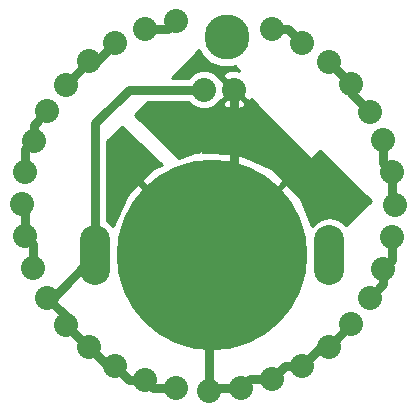
<source format=gbl>
G04 (created by PCBNEW (2013-07-07 BZR 4022)-stable) date 23/08/2014 11:18:16*
%MOIN*%
G04 Gerber Fmt 3.4, Leading zero omitted, Abs format*
%FSLAX34Y34*%
G01*
G70*
G90*
G04 APERTURE LIST*
%ADD10C,0.00393701*%
%ADD11C,0.08*%
%ADD12O,0.1X0.2*%
%ADD13C,0.6362*%
%ADD14C,0.15*%
%ADD15C,0.03*%
%ADD16C,0.01*%
G04 APERTURE END LIST*
G54D10*
G54D11*
X24010Y-15950D03*
X23020Y-15490D03*
X26290Y-18230D03*
X25660Y-17320D03*
X24900Y-16570D03*
X26270Y-24440D03*
X26730Y-23470D03*
X27030Y-22400D03*
X14790Y-20230D03*
X15070Y-19210D03*
X15520Y-18220D03*
X19820Y-27450D03*
X18780Y-27170D03*
X17790Y-26710D03*
X16930Y-26090D03*
X16140Y-17340D03*
X16910Y-16560D03*
X17780Y-15950D03*
X27120Y-21340D03*
X27030Y-20250D03*
X26730Y-19190D03*
X14680Y-21320D03*
X14780Y-22390D03*
X15050Y-23440D03*
X19810Y-15220D03*
X18770Y-15490D03*
X20910Y-27550D03*
X21970Y-27450D03*
X23020Y-27150D03*
X24020Y-26710D03*
X25660Y-25310D03*
X16140Y-25340D03*
X15530Y-24440D03*
X24900Y-26080D03*
G54D12*
X17130Y-23020D03*
X24930Y-23020D03*
G54D13*
X21030Y-23020D03*
G54D11*
X20750Y-17500D03*
X21750Y-17500D03*
G54D14*
X21500Y-15750D03*
G54D15*
X17130Y-23020D02*
X17130Y-18620D01*
X18250Y-17500D02*
X20750Y-17500D01*
X17130Y-18620D02*
X18250Y-17500D01*
X15530Y-24440D02*
X15710Y-24440D01*
X15710Y-24440D02*
X17130Y-23020D01*
X16930Y-26090D02*
X16890Y-26090D01*
X16890Y-26090D02*
X16140Y-25340D01*
X17790Y-26710D02*
X17550Y-26710D01*
X17550Y-26710D02*
X16930Y-26090D01*
X18780Y-27170D02*
X18250Y-27170D01*
X18250Y-27170D02*
X17790Y-26710D01*
X19820Y-27450D02*
X19060Y-27450D01*
X19060Y-27450D02*
X18780Y-27170D01*
X16140Y-25050D02*
X15530Y-24440D01*
X16140Y-25340D02*
X16140Y-25050D01*
X14790Y-19490D02*
X15070Y-19210D01*
X15070Y-19210D02*
X15070Y-18670D01*
X15070Y-18670D02*
X15520Y-18220D01*
X14790Y-20230D02*
X14790Y-19490D01*
X26730Y-23470D02*
X26730Y-23980D01*
X27030Y-22400D02*
X27030Y-23170D01*
X27030Y-23170D02*
X26730Y-23470D01*
X26730Y-23980D02*
X26270Y-24440D01*
X25660Y-17320D02*
X25660Y-17600D01*
X25660Y-17600D02*
X26290Y-18230D01*
X24910Y-16570D02*
X25660Y-17320D01*
X24900Y-16570D02*
X24910Y-16570D01*
X23550Y-15490D02*
X24010Y-15950D01*
X23020Y-15490D02*
X23550Y-15490D01*
X16140Y-17330D02*
X16910Y-16560D01*
X16910Y-16560D02*
X17170Y-16560D01*
X16140Y-17340D02*
X16140Y-17330D01*
X17170Y-16560D02*
X17780Y-15950D01*
X26730Y-19950D02*
X27030Y-20250D01*
X27030Y-21260D02*
X27120Y-21350D01*
X27030Y-20250D02*
X27030Y-21260D01*
X26730Y-19190D02*
X26730Y-19950D01*
X15050Y-22660D02*
X14780Y-22390D01*
X14780Y-22390D02*
X14780Y-21420D01*
X14780Y-21420D02*
X14680Y-21320D01*
X15050Y-23440D02*
X15050Y-22660D01*
X19540Y-15490D02*
X19810Y-15220D01*
X18770Y-15490D02*
X19540Y-15490D01*
X21750Y-17500D02*
X21750Y-22300D01*
X21750Y-22300D02*
X21030Y-23020D01*
X20910Y-27550D02*
X20910Y-23140D01*
X20910Y-23140D02*
X21030Y-23020D01*
X23460Y-26710D02*
X23020Y-27150D01*
X24900Y-26080D02*
X24650Y-26080D01*
X24650Y-26080D02*
X24020Y-26710D01*
X25660Y-25310D02*
X25660Y-25320D01*
X25660Y-25320D02*
X24900Y-26080D01*
X22270Y-27150D02*
X21970Y-27450D01*
X21970Y-27450D02*
X21010Y-27450D01*
X21010Y-27450D02*
X20910Y-27550D01*
X23020Y-27150D02*
X22270Y-27150D01*
X24020Y-26710D02*
X23460Y-26710D01*
G54D10*
G36*
X21184Y-22935D02*
X21100Y-23020D01*
X21106Y-23025D01*
X21035Y-23096D01*
X21030Y-23090D01*
X21024Y-23096D01*
X20953Y-23025D01*
X20959Y-23020D01*
X18565Y-20626D01*
X18170Y-21004D01*
X17710Y-22040D01*
X17660Y-21965D01*
X17530Y-21878D01*
X17530Y-19220D01*
X18030Y-18729D01*
X19333Y-19996D01*
X19159Y-20063D01*
X19014Y-20160D01*
X18636Y-20555D01*
X21030Y-22949D01*
X21121Y-22858D01*
X21184Y-22935D01*
X21184Y-22935D01*
G37*
G54D16*
X21184Y-22935D02*
X21100Y-23020D01*
X21106Y-23025D01*
X21035Y-23096D01*
X21030Y-23090D01*
X21024Y-23096D01*
X20953Y-23025D01*
X20959Y-23020D01*
X18565Y-20626D01*
X18170Y-21004D01*
X17710Y-22040D01*
X17660Y-21965D01*
X17530Y-21878D01*
X17530Y-19220D01*
X18030Y-18729D01*
X19333Y-19996D01*
X19159Y-20063D01*
X19014Y-20160D01*
X18636Y-20555D01*
X21030Y-22949D01*
X21121Y-22858D01*
X21184Y-22935D01*
G54D10*
G36*
X26299Y-21210D02*
X25497Y-22021D01*
X25460Y-21965D01*
X25217Y-21802D01*
X24930Y-21745D01*
X24642Y-21802D01*
X24399Y-21965D01*
X24336Y-22059D01*
X23986Y-21149D01*
X23889Y-21004D01*
X23494Y-20626D01*
X22610Y-21509D01*
X22543Y-21435D01*
X23423Y-20555D01*
X23045Y-20160D01*
X22137Y-19757D01*
X22137Y-17958D01*
X21750Y-17570D01*
X21362Y-17958D01*
X21402Y-18064D01*
X21644Y-18154D01*
X21902Y-18144D01*
X22097Y-18064D01*
X22137Y-17958D01*
X22137Y-19757D01*
X21797Y-19607D01*
X20729Y-19580D01*
X20642Y-19490D01*
X20549Y-19575D01*
X20433Y-19573D01*
X19902Y-19777D01*
X18440Y-18349D01*
X18883Y-17900D01*
X20230Y-17900D01*
X20381Y-18050D01*
X20620Y-18149D01*
X20878Y-18150D01*
X21117Y-18051D01*
X21284Y-17884D01*
X21291Y-17887D01*
X21679Y-17500D01*
X21291Y-17112D01*
X21284Y-17115D01*
X21118Y-16949D01*
X20879Y-16850D01*
X20621Y-16849D01*
X20382Y-16948D01*
X20230Y-17100D01*
X19670Y-17100D01*
X20589Y-16165D01*
X20651Y-16315D01*
X20932Y-16597D01*
X21300Y-16749D01*
X21698Y-16750D01*
X21768Y-16721D01*
X21931Y-16873D01*
X21855Y-16845D01*
X21597Y-16855D01*
X21402Y-16935D01*
X21362Y-17041D01*
X21750Y-17429D01*
X21755Y-17423D01*
X21826Y-17494D01*
X21820Y-17500D01*
X22208Y-17887D01*
X22314Y-17847D01*
X22323Y-17823D01*
X24318Y-19839D01*
X24628Y-19549D01*
X26299Y-21210D01*
X26299Y-21210D01*
G37*
G54D16*
X26299Y-21210D02*
X25497Y-22021D01*
X25460Y-21965D01*
X25217Y-21802D01*
X24930Y-21745D01*
X24642Y-21802D01*
X24399Y-21965D01*
X24336Y-22059D01*
X23986Y-21149D01*
X23889Y-21004D01*
X23494Y-20626D01*
X22610Y-21509D01*
X22543Y-21435D01*
X23423Y-20555D01*
X23045Y-20160D01*
X22137Y-19757D01*
X22137Y-17958D01*
X21750Y-17570D01*
X21362Y-17958D01*
X21402Y-18064D01*
X21644Y-18154D01*
X21902Y-18144D01*
X22097Y-18064D01*
X22137Y-17958D01*
X22137Y-19757D01*
X21797Y-19607D01*
X20729Y-19580D01*
X20642Y-19490D01*
X20549Y-19575D01*
X20433Y-19573D01*
X19902Y-19777D01*
X18440Y-18349D01*
X18883Y-17900D01*
X20230Y-17900D01*
X20381Y-18050D01*
X20620Y-18149D01*
X20878Y-18150D01*
X21117Y-18051D01*
X21284Y-17884D01*
X21291Y-17887D01*
X21679Y-17500D01*
X21291Y-17112D01*
X21284Y-17115D01*
X21118Y-16949D01*
X20879Y-16850D01*
X20621Y-16849D01*
X20382Y-16948D01*
X20230Y-17100D01*
X19670Y-17100D01*
X20589Y-16165D01*
X20651Y-16315D01*
X20932Y-16597D01*
X21300Y-16749D01*
X21698Y-16750D01*
X21768Y-16721D01*
X21931Y-16873D01*
X21855Y-16845D01*
X21597Y-16855D01*
X21402Y-16935D01*
X21362Y-17041D01*
X21750Y-17429D01*
X21755Y-17423D01*
X21826Y-17494D01*
X21820Y-17500D01*
X22208Y-17887D01*
X22314Y-17847D01*
X22323Y-17823D01*
X24318Y-19839D01*
X24628Y-19549D01*
X26299Y-21210D01*
M02*

</source>
